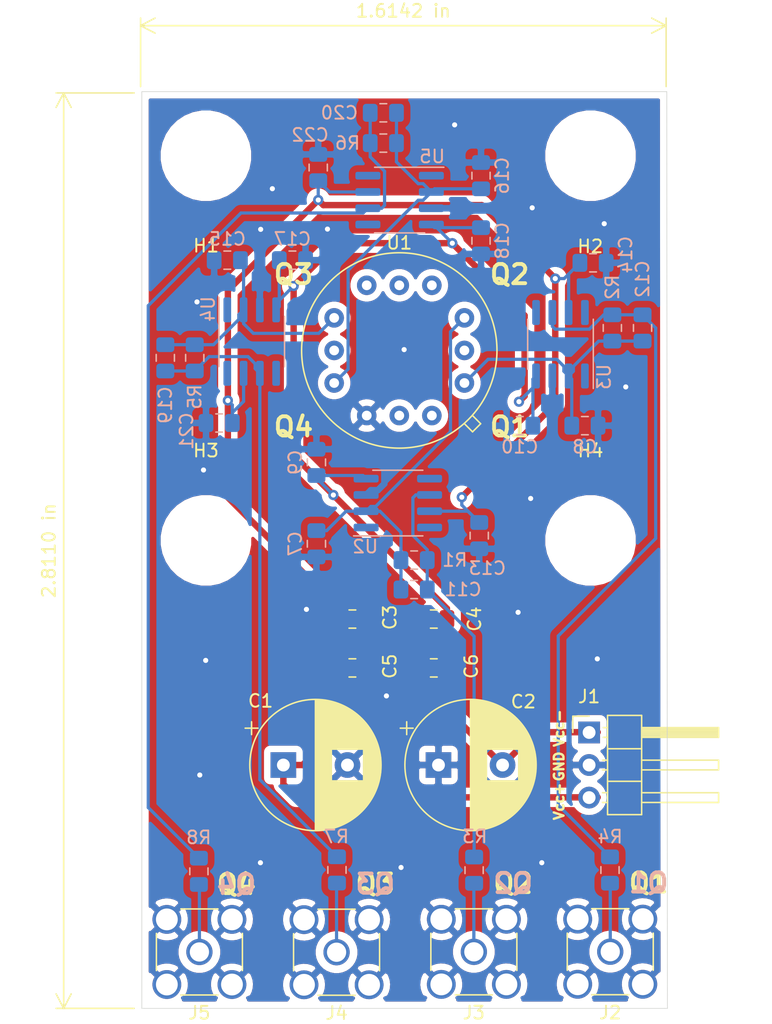
<source format=kicad_pcb>
(kicad_pcb (version 20171130) (host pcbnew "(5.1.4)-1")
  (layers (0 F.Cu signal) (31 B.Cu signal) (34 B.Paste user) (35 F.Paste user) (36 B.SilkS user) (37 F.SilkS user) (38 B.Mask user) (39 F.Mask user) (44 Edge.Cuts user))
  (net 0 "")
  (net 1 GND)
  (net 2 Vcc+)
  (net 3 Vcc-)
  (net 4 QC2)
  (net 5 QC1)
  (net 6 "Net-(C11-Pad1)")
  (net 7 "Net-(C12-Pad1)")
  (net 8 QC3)
  (net 9 QC4)
  (net 10 "Net-(C19-Pad1)")
  (net 11 "Net-(C20-Pad1)")
  (net 12 "Net-(J2-Pad1)")
  (net 13 "Net-(J3-Pad1)")
  (net 14 "Net-(J4-Pad1)")
  (net 15 "Net-(J5-Pad1)")
  (net 16 "Net-(U2-Pad8)")
  (net 17 "Net-(U2-Pad5)")
  (net 18 "Net-(U2-Pad1)")
  (net 19 "Net-(U3-Pad8)")
  (net 20 "Net-(U3-Pad5)")
  (net 21 "Net-(U3-Pad1)")
  (net 22 "Net-(U4-Pad8)")
  (net 23 "Net-(U4-Pad5)")
  (net 24 "Net-(U4-Pad1)")
  (net 25 "Net-(U5-Pad8)")
  (net 26 "Net-(U5-Pad5)")
  (net 27 "Net-(U5-Pad1)")
  (module Connector_Coaxial:SMA_Amphenol_132134-11_Vertical (layer F.Cu) (at 131.09 127.5 180)
    (fp_text reference J5 (at 0 -4.75) (layer F.SilkS))
    (fp_text value Conn_Coaxial)
    (pad 2 thru_hole circle (at -2.54 2.54 180) (size 2.25 2.25) (drill 1.7) (layers *.Cu *.Mask) (net 1 GND))
    (pad 2 thru_hole circle (at -2.54 -2.54 180) (size 2.25 2.25) (drill 1.7) (layers *.Cu *.Mask) (net 1 GND))
    (pad 2 thru_hole circle (at 2.54 -2.54 180) (size 2.25 2.25) (drill 1.7) (layers *.Cu *.Mask) (net 1 GND))
    (pad 2 thru_hole circle (at 2.54 2.54 180) (size 2.25 2.25) (drill 1.7) (layers *.Cu *.Mask) (net 1 GND))
    (pad 1 thru_hole circle (at 0 0 180) (size 2.05 2.05) (drill 1.5) (layers *.Cu *.Mask) (net 15 "Net-(J5-Pad1)"))
  )
  (module Connector_Coaxial:SMA_Amphenol_132134-11_Vertical (layer F.Cu) (at 141.79 127.52 180)
    (fp_text reference J4 (at 0 -4.75) (layer F.SilkS))
    (fp_text value Conn_Coaxial)
    (pad 2 thru_hole circle (at -2.54 2.54 180) (size 2.25 2.25) (drill 1.7) (layers *.Cu *.Mask) (net 1 GND))
    (pad 2 thru_hole circle (at -2.54 -2.54 180) (size 2.25 2.25) (drill 1.7) (layers *.Cu *.Mask) (net 1 GND))
    (pad 2 thru_hole circle (at 2.54 -2.54 180) (size 2.25 2.25) (drill 1.7) (layers *.Cu *.Mask) (net 1 GND))
    (pad 2 thru_hole circle (at 2.54 2.54 180) (size 2.25 2.25) (drill 1.7) (layers *.Cu *.Mask) (net 1 GND))
    (pad 1 thru_hole circle (at 0 0 180) (size 2.05 2.05) (drill 1.5) (layers *.Cu *.Mask) (net 14 "Net-(J4-Pad1)"))
  )
  (module Connector_Coaxial:SMA_Amphenol_132134-11_Vertical (layer F.Cu) (at 152.5 127.49 180)
    (fp_text reference J3 (at 0 -4.75) (layer F.SilkS))
    (fp_text value Conn_Coaxial)
    (pad 2 thru_hole circle (at -2.54 2.54 180) (size 2.25 2.25) (drill 1.7) (layers *.Cu *.Mask) (net 1 GND))
    (pad 2 thru_hole circle (at -2.54 -2.54 180) (size 2.25 2.25) (drill 1.7) (layers *.Cu *.Mask) (net 1 GND))
    (pad 2 thru_hole circle (at 2.54 -2.54 180) (size 2.25 2.25) (drill 1.7) (layers *.Cu *.Mask) (net 1 GND))
    (pad 2 thru_hole circle (at 2.54 2.54 180) (size 2.25 2.25) (drill 1.7) (layers *.Cu *.Mask) (net 1 GND))
    (pad 1 thru_hole circle (at 0 0 180) (size 2.05 2.05) (drill 1.5) (layers *.Cu *.Mask) (net 13 "Net-(J3-Pad1)"))
  )
  (module Connector_Coaxial:SMA_Amphenol_132134-11_Vertical (layer F.Cu) (at 163.14 127.48 180)
    (fp_text reference J2 (at 0 -4.75) (layer F.SilkS))
    (fp_text value Conn_Coaxial)
    (pad 2 thru_hole circle (at -2.54 2.54 180) (size 2.25 2.25) (drill 1.7) (layers *.Cu *.Mask) (net 1 GND))
    (pad 2 thru_hole circle (at -2.54 -2.54 180) (size 2.25 2.25) (drill 1.7) (layers *.Cu *.Mask) (net 1 GND))
    (pad 2 thru_hole circle (at 2.54 -2.54 180) (size 2.25 2.25) (drill 1.7) (layers *.Cu *.Mask) (net 1 GND))
    (pad 2 thru_hole circle (at 2.54 2.54 180) (size 2.25 2.25) (drill 1.7) (layers *.Cu *.Mask) (net 1 GND))
    (pad 1 thru_hole circle (at 0 0 180) (size 2.05 2.05) (drill 1.5) (layers *.Cu *.Mask) (net 12 "Net-(J2-Pad1)"))
  )
  (module ThorLabs_CageSystem_MountHoles:ThorLabs_6mm_CageSystem_MountHole (layer F.Cu) (at 131.6 65.4)
    (fp_text reference H1 (at 0.01 7.02 180) (layer F.SilkS))
    (fp_text value MountingHole)
    (pad "" np_thru_hole circle (at 0 0) (size 6.05 6.05) (drill 6.05) (layers *.Cu *.Mask))
  )
  (module ThorLabs_CageSystem_MountHoles:ThorLabs_6mm_CageSystem_MountHole (layer F.Cu) (at 161.6 65.4)
    (fp_text reference H2 (at -0.02 7.07) (layer F.SilkS))
    (fp_text value MountingHole)
    (pad "" np_thru_hole circle (at 0 0) (size 6.05 6.05) (drill 6.05) (layers *.Cu *.Mask))
  )
  (module ThorLabs_CageSystem_MountHoles:ThorLabs_6mm_CageSystem_MountHole (layer F.Cu) (at 161.6 95.4)
    (fp_text reference H4 (at 0 -7) (layer F.SilkS))
    (fp_text value MountingHole)
    (pad "" np_thru_hole circle (at 0 0) (size 6.05 6.05) (drill 6.05) (layers *.Cu *.Mask))
  )
  (module ThorLabs_CageSystem_MountHoles:ThorLabs_6mm_CageSystem_MountHole (layer F.Cu) (at 131.6 95.4)
    (fp_text reference H3 (at 0 -7) (layer F.SilkS))
    (fp_text value MountingHole)
    (pad "" np_thru_hole circle (at 0 0) (size 6.05 6.05) (drill 6.05) (layers *.Cu *.Mask))
  )
  (module Capacitor_THT:CP_Radial_D10.0mm_P5.00mm (layer F.Cu) (at 137.64 112.92)
    (fp_text reference C1 (at -1.78 -5) (layer F.SilkS))
    (fp_text value 10uF)
    (pad 2 thru_hole circle (at 5 0) (size 2 2) (drill 1) (layers *.Cu *.Mask) (net 1 GND))
    (pad 1 thru_hole rect (at 0 0) (size 2 2) (drill 1) (layers *.Cu *.Mask) (net 2 Vcc+))
  )
  (module Connector_PinHeader_2.54mm:PinHeader_1x03_P2.54mm_Horizontal (layer F.Cu) (at 161.49 110.38)
    (fp_text reference J1 (at 0 -2.8) (layer F.SilkS))
    (fp_text value "1x03 Pin Header 2.54mm")
    (pad 3 thru_hole oval (at 0 5.08) (size 1.7 1.7) (drill 1) (layers *.Cu *.Mask) (net 2 Vcc+))
    (pad 2 thru_hole oval (at 0 2.54) (size 1.7 1.7) (drill 1) (layers *.Cu *.Mask) (net 1 GND))
    (pad 1 thru_hole rect (at 0 0) (size 1.7 1.7) (drill 1) (layers *.Cu *.Mask) (net 3 Vcc-))
  )
  (module Capacitor_SMD:C_0805_2012Metric_Pad1.15x1.40mm_HandSolder (layer B.Cu) (at 161.798 73.751)
    (fp_text reference C14 (at 2.54 -0.635 90) (layer B.SilkS) (effects (justify mirror)))
    (fp_text value 0.1uF)
    (pad 2 smd roundrect (at 1.025 0) (size 1.15 1.4) (layers B.Cu B.Paste B.Mask) (roundrect_rratio 0.217391) (net 1 GND))
    (pad 1 smd roundrect (at -1.025 0) (size 1.15 1.4) (layers B.Cu B.Paste B.Mask) (roundrect_rratio 0.217391) (net 2 Vcc+))
  )
  (module Capacitor_SMD:C_0805_2012Metric_Pad1.15x1.40mm_HandSolder (layer B.Cu) (at 128.43 81.162 90)
    (fp_text reference C19 (at -3.683 0 90) (layer B.SilkS) (effects (justify mirror)))
    (fp_text value 3.3pF)
    (pad 2 smd roundrect (at 1.025 0 90) (size 1.15 1.4) (layers B.Cu B.Paste B.Mask) (roundrect_rratio 0.217391) (net 8 QC3))
    (pad 1 smd roundrect (at -1.025 0 90) (size 1.15 1.4) (layers B.Cu B.Paste B.Mask) (roundrect_rratio 0.217391) (net 10 "Net-(C19-Pad1)"))
  )
  (module Package_SO:SOIC-8_3.9x4.9mm_P1.27mm (layer B.Cu) (at 146.709 68.858 180)
    (fp_text reference U5 (at -2.54 3.4 180) (layer B.SilkS) (effects (justify mirror)))
    (fp_text value OPA657)
    (pad 8 smd roundrect (at 2.475 1.905 180) (size 1.95 0.6) (layers B.Cu B.Paste B.Mask) (net 25 "Net-(U5-Pad8)"))
    (pad 7 smd roundrect (at 2.475 0.635 180) (size 1.95 0.6) (layers B.Cu B.Paste B.Mask) (net 2 Vcc+))
    (pad 6 smd roundrect (at 2.475 -0.635 180) (size 1.95 0.6) (layers B.Cu B.Paste B.Mask) (net 11 "Net-(C20-Pad1)"))
    (pad 5 smd roundrect (at 2.475 -1.905 180) (size 1.95 0.6) (layers B.Cu B.Paste B.Mask) (net 26 "Net-(U5-Pad5)"))
    (pad 4 smd roundrect (at -2.475 -1.905 180) (size 1.95 0.6) (layers B.Cu B.Paste B.Mask) (net 3 Vcc-))
    (pad 3 smd roundrect (at -2.475 -0.635 180) (size 1.95 0.6) (layers B.Cu B.Paste B.Mask) (net 1 GND))
    (pad 2 smd roundrect (at -2.475 0.635 180) (size 1.95 0.6) (layers B.Cu B.Paste B.Mask) (net 9 QC4))
    (pad 1 smd roundrect (at -2.475 1.905 180) (size 1.95 0.6) (layers B.Cu B.Paste B.Mask) (net 27 "Net-(U5-Pad1)"))
  )
  (module Package_SO:SOIC-8_3.9x4.9mm_P1.27mm (layer B.Cu) (at 135.171 79.892 270)
    (fp_text reference U4 (at -2.54 3.4 90) (layer B.SilkS) (effects (justify mirror)))
    (fp_text value OPA657)
    (pad 8 smd roundrect (at 2.475 1.905 270) (size 1.95 0.6) (layers B.Cu B.Paste B.Mask) (net 22 "Net-(U4-Pad8)"))
    (pad 7 smd roundrect (at 2.475 0.635 270) (size 1.95 0.6) (layers B.Cu B.Paste B.Mask) (net 2 Vcc+))
    (pad 6 smd roundrect (at 2.475 -0.635 270) (size 1.95 0.6) (layers B.Cu B.Paste B.Mask) (net 10 "Net-(C19-Pad1)"))
    (pad 5 smd roundrect (at 2.475 -1.905 270) (size 1.95 0.6) (layers B.Cu B.Paste B.Mask) (net 23 "Net-(U4-Pad5)"))
    (pad 4 smd roundrect (at -2.475 -1.905 270) (size 1.95 0.6) (layers B.Cu B.Paste B.Mask) (net 3 Vcc-))
    (pad 3 smd roundrect (at -2.475 -0.635 270) (size 1.95 0.6) (layers B.Cu B.Paste B.Mask) (net 1 GND))
    (pad 2 smd roundrect (at -2.475 0.635 270) (size 1.95 0.6) (layers B.Cu B.Paste B.Mask) (net 8 QC3))
    (pad 1 smd roundrect (at -2.475 1.905 270) (size 1.95 0.6) (layers B.Cu B.Paste B.Mask) (net 24 "Net-(U4-Pad1)"))
  )
  (module Package_SO:SOIC-8_3.9x4.9mm_P1.27mm (layer B.Cu) (at 159.258 80.101 90)
    (fp_text reference U3 (at -2.54 3.4 270) (layer B.SilkS) (effects (justify mirror)))
    (fp_text value OPA657)
    (pad 8 smd roundrect (at 2.475 1.905 90) (size 1.95 0.6) (layers B.Cu B.Paste B.Mask) (net 19 "Net-(U3-Pad8)"))
    (pad 7 smd roundrect (at 2.475 0.635 90) (size 1.95 0.6) (layers B.Cu B.Paste B.Mask) (net 2 Vcc+))
    (pad 6 smd roundrect (at 2.475 -0.635 90) (size 1.95 0.6) (layers B.Cu B.Paste B.Mask) (net 7 "Net-(C12-Pad1)"))
    (pad 5 smd roundrect (at 2.475 -1.905 90) (size 1.95 0.6) (layers B.Cu B.Paste B.Mask) (net 20 "Net-(U3-Pad5)"))
    (pad 4 smd roundrect (at -2.475 -1.905 90) (size 1.95 0.6) (layers B.Cu B.Paste B.Mask) (net 3 Vcc-))
    (pad 3 smd roundrect (at -2.475 -0.635 90) (size 1.95 0.6) (layers B.Cu B.Paste B.Mask) (net 1 GND))
    (pad 2 smd roundrect (at -2.475 0.635 90) (size 1.95 0.6) (layers B.Cu B.Paste B.Mask) (net 5 QC1))
    (pad 1 smd roundrect (at -2.475 1.905 90) (size 1.95 0.6) (layers B.Cu B.Paste B.Mask) (net 21 "Net-(U3-Pad1)"))
  )
  (module Package_SO:SOIC-8_3.9x4.9mm_P1.27mm (layer B.Cu) (at 146.569 92.488)
    (fp_text reference U2 (at -2.54 3.4) (layer B.SilkS) (effects (justify mirror)))
    (fp_text value OPA657)
    (pad 8 smd roundrect (at 2.475 1.905) (size 1.95 0.6) (layers B.Cu B.Paste B.Mask) (net 16 "Net-(U2-Pad8)"))
    (pad 7 smd roundrect (at 2.475 0.635) (size 1.95 0.6) (layers B.Cu B.Paste B.Mask) (net 2 Vcc+))
    (pad 6 smd roundrect (at 2.475 -0.635) (size 1.95 0.6) (layers B.Cu B.Paste B.Mask) (net 6 "Net-(C11-Pad1)"))
    (pad 5 smd roundrect (at 2.475 -1.905) (size 1.95 0.6) (layers B.Cu B.Paste B.Mask) (net 17 "Net-(U2-Pad5)"))
    (pad 4 smd roundrect (at -2.475 -1.905) (size 1.95 0.6) (layers B.Cu B.Paste B.Mask) (net 3 Vcc-))
    (pad 3 smd roundrect (at -2.475 -0.635) (size 1.95 0.6) (layers B.Cu B.Paste B.Mask) (net 1 GND))
    (pad 2 smd roundrect (at -2.475 0.635) (size 1.95 0.6) (layers B.Cu B.Paste B.Mask) (net 4 QC2))
    (pad 1 smd roundrect (at -2.475 1.905) (size 1.95 0.6) (layers B.Cu B.Paste B.Mask) (net 18 "Net-(U2-Pad1)"))
  )
  (module TO_Cans:TO-8_Can_12_Leads (layer F.Cu) (at 146.683 72.964)
    (fp_text reference U1 (at 0 -0.77) (layer F.SilkS))
    (fp_text value Gentec_QuadCell)
    (pad 8 thru_hole circle (at 0 2.54) (size 1.524 1.524) (drill 0.762) (layers *.Cu *.Mask))
    (pad 9 thru_hole circle (at 2.54 2.54) (size 1.524 1.524) (drill 0.762) (layers *.Cu *.Mask))
    (pad 7 thru_hole circle (at -2.54 2.54) (size 1.524 1.524) (drill 0.762) (layers *.Cu *.Mask))
    (pad 6 thru_hole circle (at -5.08 5.08) (size 1.524 1.524) (drill 0.762) (layers *.Cu *.Mask) (net 8 QC3))
    (pad 5 thru_hole circle (at -5.08 7.62) (size 1.524 1.524) (drill 0.762) (layers *.Cu *.Mask))
    (pad 4 thru_hole circle (at -5.08 10.16) (size 1.524 1.524) (drill 0.762) (layers *.Cu *.Mask) (net 9 QC4))
    (pad 11 thru_hole circle (at 5.08 7.62) (size 1.524 1.524) (drill 0.762) (layers *.Cu *.Mask))
    (pad 10 thru_hole circle (at 5.08 5.08) (size 1.524 1.524) (drill 0.762) (layers *.Cu *.Mask) (net 4 QC2))
    (pad 12 thru_hole circle (at 5.08 10.16) (size 1.524 1.524) (drill 0.762) (layers *.Cu *.Mask) (net 5 QC1))
    (pad 1 thru_hole circle (at 2.54 12.7) (size 1.524 1.524) (drill 0.762) (layers *.Cu *.Mask))
    (pad 2 thru_hole circle (at 0 12.7) (size 1.524 1.524) (drill 0.762) (layers *.Cu *.Mask))
    (pad 3 thru_hole circle (at -2.54 12.7) (size 1.524 1.524) (drill 0.762) (layers *.Cu *.Mask) (net 1 GND))
  )
  (module Resistor_SMD:R_0805_2012Metric_Pad1.15x1.40mm_HandSolder (layer B.Cu) (at 131.05 121.21 90)
    (fp_text reference R8 (at 2.64 -0.01) (layer B.SilkS) (effects (justify mirror)))
    (fp_text value 49.9)
    (pad 2 smd roundrect (at 1.025 0 90) (size 1.15 1.4) (layers B.Cu B.Paste B.Mask) (roundrect_rratio 0.217391) (net 11 "Net-(C20-Pad1)"))
    (pad 1 smd roundrect (at -1.025 0 90) (size 1.15 1.4) (layers B.Cu B.Paste B.Mask) (roundrect_rratio 0.217391) (net 15 "Net-(J5-Pad1)"))
  )
  (module Resistor_SMD:R_0805_2012Metric_Pad1.15x1.40mm_HandSolder (layer B.Cu) (at 141.82 121.1 90)
    (fp_text reference R7 (at 2.6 -0.04 180) (layer B.SilkS) (effects (justify mirror)))
    (fp_text value 49.9)
    (pad 2 smd roundrect (at 1.025 0 90) (size 1.15 1.4) (layers B.Cu B.Paste B.Mask) (roundrect_rratio 0.217391) (net 10 "Net-(C19-Pad1)"))
    (pad 1 smd roundrect (at -1.025 0 90) (size 1.15 1.4) (layers B.Cu B.Paste B.Mask) (roundrect_rratio 0.217391) (net 14 "Net-(J4-Pad1)"))
  )
  (module Resistor_SMD:R_0805_2012Metric_Pad1.15x1.40mm_HandSolder (layer B.Cu) (at 145.439 64.413)
    (fp_text reference R6 (at -2.794 0 180) (layer B.SilkS) (effects (justify mirror)))
    (fp_text value 5k)
    (pad 2 smd roundrect (at 1.025 0) (size 1.15 1.4) (layers B.Cu B.Paste B.Mask) (roundrect_rratio 0.217391) (net 9 QC4))
    (pad 1 smd roundrect (at -1.025 0) (size 1.15 1.4) (layers B.Cu B.Paste B.Mask) (roundrect_rratio 0.217391) (net 11 "Net-(C20-Pad1)"))
  )
  (module Resistor_SMD:R_0805_2012Metric_Pad1.15x1.40mm_HandSolder (layer B.Cu) (at 130.726 81.162 90)
    (fp_text reference R5 (at -3.048 0 90) (layer B.SilkS) (effects (justify mirror)))
    (fp_text value 5k)
    (pad 2 smd roundrect (at 1.025 0 90) (size 1.15 1.4) (layers B.Cu B.Paste B.Mask) (roundrect_rratio 0.217391) (net 8 QC3))
    (pad 1 smd roundrect (at -1.025 0 90) (size 1.15 1.4) (layers B.Cu B.Paste B.Mask) (roundrect_rratio 0.217391) (net 10 "Net-(C19-Pad1)"))
  )
  (module Resistor_SMD:R_0805_2012Metric_Pad1.15x1.40mm_HandSolder (layer B.Cu) (at 163.12 121.11 90)
    (fp_text reference R4 (at 2.6 0.01 180) (layer B.SilkS) (effects (justify mirror)))
    (fp_text value 49.9)
    (pad 2 smd roundrect (at 1.025 0 90) (size 1.15 1.4) (layers B.Cu B.Paste B.Mask) (roundrect_rratio 0.217391) (net 7 "Net-(C12-Pad1)"))
    (pad 1 smd roundrect (at -1.025 0 90) (size 1.15 1.4) (layers B.Cu B.Paste B.Mask) (roundrect_rratio 0.217391) (net 12 "Net-(J2-Pad1)"))
  )
  (module Resistor_SMD:R_0805_2012Metric_Pad1.15x1.40mm_HandSolder (layer B.Cu) (at 152.52 121.12 90)
    (fp_text reference R3 (at 2.63 0.05 180) (layer B.SilkS) (effects (justify mirror)))
    (fp_text value 49.9)
    (pad 2 smd roundrect (at 1.025 0 90) (size 1.15 1.4) (layers B.Cu B.Paste B.Mask) (roundrect_rratio 0.217391) (net 6 "Net-(C11-Pad1)"))
    (pad 1 smd roundrect (at -1.025 0 90) (size 1.15 1.4) (layers B.Cu B.Paste B.Mask) (roundrect_rratio 0.217391) (net 13 "Net-(J3-Pad1)"))
  )
  (module Resistor_SMD:R_0805_2012Metric_Pad1.15x1.40mm_HandSolder (layer B.Cu) (at 163.303 78.831 270)
    (fp_text reference R2 (at -3.175 0 270) (layer B.SilkS) (effects (justify mirror)))
    (fp_text value 5k)
    (pad 2 smd roundrect (at 1.025 0 270) (size 1.15 1.4) (layers B.Cu B.Paste B.Mask) (roundrect_rratio 0.217391) (net 5 QC1))
    (pad 1 smd roundrect (at -1.025 0 270) (size 1.15 1.4) (layers B.Cu B.Paste B.Mask) (roundrect_rratio 0.217391) (net 7 "Net-(C12-Pad1)"))
  )
  (module Resistor_SMD:R_0805_2012Metric_Pad1.15x1.40mm_HandSolder (layer B.Cu) (at 147.839 96.933 180)
    (fp_text reference R1 (at -3.175 0) (layer B.SilkS) (effects (justify mirror)))
    (fp_text value 5k)
    (pad 2 smd roundrect (at 1.025 0 180) (size 1.15 1.4) (layers B.Cu B.Paste B.Mask) (roundrect_rratio 0.217391) (net 4 QC2))
    (pad 1 smd roundrect (at -1.025 0 180) (size 1.15 1.4) (layers B.Cu B.Paste B.Mask) (roundrect_rratio 0.217391) (net 6 "Net-(C11-Pad1)"))
  )
  (module Capacitor_SMD:C_0805_2012Metric_Pad1.15x1.40mm_HandSolder (layer B.Cu) (at 140.359 66.318 90)
    (fp_text reference C22 (at 2.54 -0.635) (layer B.SilkS) (effects (justify mirror)))
    (fp_text value 0.1uF)
    (pad 2 smd roundrect (at 1.025 0 90) (size 1.15 1.4) (layers B.Cu B.Paste B.Mask) (roundrect_rratio 0.217391) (net 1 GND))
    (pad 1 smd roundrect (at -1.025 0 90) (size 1.15 1.4) (layers B.Cu B.Paste B.Mask) (roundrect_rratio 0.217391) (net 2 Vcc+))
  )
  (module Capacitor_SMD:C_0805_2012Metric_Pad1.15x1.40mm_HandSolder (layer B.Cu) (at 132.631 86.242 180)
    (fp_text reference C21 (at 2.54 -0.635 270) (layer B.SilkS) (effects (justify mirror)))
    (fp_text value 0.1uF)
    (pad 2 smd roundrect (at 1.025 0 180) (size 1.15 1.4) (layers B.Cu B.Paste B.Mask) (roundrect_rratio 0.217391) (net 1 GND))
    (pad 1 smd roundrect (at -1.025 0 180) (size 1.15 1.4) (layers B.Cu B.Paste B.Mask) (roundrect_rratio 0.217391) (net 2 Vcc+))
  )
  (module Capacitor_SMD:C_0805_2012Metric_Pad1.15x1.40mm_HandSolder (layer B.Cu) (at 145.439 62.05)
    (fp_text reference C20 (at -3.429 0 180) (layer B.SilkS) (effects (justify mirror)))
    (fp_text value 3.3pF)
    (pad 2 smd roundrect (at 1.025 0) (size 1.15 1.4) (layers B.Cu B.Paste B.Mask) (roundrect_rratio 0.217391) (net 9 QC4))
    (pad 1 smd roundrect (at -1.025 0) (size 1.15 1.4) (layers B.Cu B.Paste B.Mask) (roundrect_rratio 0.217391) (net 11 "Net-(C20-Pad1)"))
  )
  (module Capacitor_SMD:C_0805_2012Metric_Pad1.15x1.40mm_HandSolder (layer B.Cu) (at 153.059 72.033 90)
    (fp_text reference C18 (at 0 1.65 90) (layer B.SilkS) (effects (justify mirror)))
    (fp_text value 0.1uF)
    (pad 2 smd roundrect (at 1.025 0 90) (size 1.15 1.4) (layers B.Cu B.Paste B.Mask) (roundrect_rratio 0.217391) (net 3 Vcc-))
    (pad 1 smd roundrect (at -1.025 0 90) (size 1.15 1.4) (layers B.Cu B.Paste B.Mask) (roundrect_rratio 0.217391) (net 1 GND))
  )
  (module Capacitor_SMD:C_0805_2012Metric_Pad1.15x1.40mm_HandSolder (layer B.Cu) (at 138.346 73.542 180)
    (fp_text reference C17 (at 0 1.65 180) (layer B.SilkS) (effects (justify mirror)))
    (fp_text value 0.1uF)
    (pad 2 smd roundrect (at 1.025 0 180) (size 1.15 1.4) (layers B.Cu B.Paste B.Mask) (roundrect_rratio 0.217391) (net 3 Vcc-))
    (pad 1 smd roundrect (at -1.025 0 180) (size 1.15 1.4) (layers B.Cu B.Paste B.Mask) (roundrect_rratio 0.217391) (net 1 GND))
  )
  (module Capacitor_SMD:C_0805_2012Metric_Pad1.15x1.40mm_HandSolder (layer B.Cu) (at 153.059 66.953 90)
    (fp_text reference C16 (at 0 1.65 90) (layer B.SilkS) (effects (justify mirror)))
    (fp_text value 560pF)
    (pad 2 smd roundrect (at 1.025 0 90) (size 1.15 1.4) (layers B.Cu B.Paste B.Mask) (roundrect_rratio 0.217391) (net 1 GND))
    (pad 1 smd roundrect (at -1.025 0 90) (size 1.15 1.4) (layers B.Cu B.Paste B.Mask) (roundrect_rratio 0.217391) (net 9 QC4))
  )
  (module Capacitor_SMD:C_0805_2012Metric_Pad1.15x1.40mm_HandSolder (layer B.Cu) (at 133.266 73.542 180)
    (fp_text reference C15 (at 0 1.65 180) (layer B.SilkS) (effects (justify mirror)))
    (fp_text value 560pF)
    (pad 2 smd roundrect (at 1.025 0 180) (size 1.15 1.4) (layers B.Cu B.Paste B.Mask) (roundrect_rratio 0.217391) (net 1 GND))
    (pad 1 smd roundrect (at -1.025 0 180) (size 1.15 1.4) (layers B.Cu B.Paste B.Mask) (roundrect_rratio 0.217391) (net 8 QC3))
  )
  (module Capacitor_SMD:C_0805_2012Metric_Pad1.15x1.40mm_HandSolder (layer B.Cu) (at 152.919 95.028 270)
    (fp_text reference C13 (at 2.54 -0.635 180) (layer B.SilkS) (effects (justify mirror)))
    (fp_text value 0.1uF)
    (pad 2 smd roundrect (at 1.025 0 270) (size 1.15 1.4) (layers B.Cu B.Paste B.Mask) (roundrect_rratio 0.217391) (net 1 GND))
    (pad 1 smd roundrect (at -1.025 0 270) (size 1.15 1.4) (layers B.Cu B.Paste B.Mask) (roundrect_rratio 0.217391) (net 2 Vcc+))
  )
  (module Capacitor_SMD:C_0805_2012Metric_Pad1.15x1.40mm_HandSolder (layer B.Cu) (at 165.66 78.831 270)
    (fp_text reference C12 (at -3.81 0 270) (layer B.SilkS) (effects (justify mirror)))
    (fp_text value 3.3pF)
    (pad 2 smd roundrect (at 1.025 0 270) (size 1.15 1.4) (layers B.Cu B.Paste B.Mask) (roundrect_rratio 0.217391) (net 5 QC1))
    (pad 1 smd roundrect (at -1.025 0 270) (size 1.15 1.4) (layers B.Cu B.Paste B.Mask) (roundrect_rratio 0.217391) (net 7 "Net-(C12-Pad1)"))
  )
  (module Capacitor_SMD:C_0805_2012Metric_Pad1.15x1.40mm_HandSolder (layer B.Cu) (at 147.839 99.23 180)
    (fp_text reference C11 (at -3.81 0) (layer B.SilkS) (effects (justify mirror)))
    (fp_text value 3.3pF)
    (pad 2 smd roundrect (at 1.025 0 180) (size 1.15 1.4) (layers B.Cu B.Paste B.Mask) (roundrect_rratio 0.217391) (net 4 QC2))
    (pad 1 smd roundrect (at -1.025 0 180) (size 1.15 1.4) (layers B.Cu B.Paste B.Mask) (roundrect_rratio 0.217391) (net 6 "Net-(C11-Pad1)"))
  )
  (module Capacitor_SMD:C_0805_2012Metric_Pad1.15x1.40mm_HandSolder (layer B.Cu) (at 156.083 86.451)
    (fp_text reference C10 (at 0 1.65) (layer B.SilkS) (effects (justify mirror)))
    (fp_text value 0.1uF)
    (pad 2 smd roundrect (at 1.025 0) (size 1.15 1.4) (layers B.Cu B.Paste B.Mask) (roundrect_rratio 0.217391) (net 3 Vcc-))
    (pad 1 smd roundrect (at -1.025 0) (size 1.15 1.4) (layers B.Cu B.Paste B.Mask) (roundrect_rratio 0.217391) (net 1 GND))
  )
  (module Capacitor_SMD:C_0805_2012Metric_Pad1.15x1.40mm_HandSolder (layer B.Cu) (at 140.219 89.313 270)
    (fp_text reference C9 (at 0 1.65 270) (layer B.SilkS) (effects (justify mirror)))
    (fp_text value 0.1uF)
    (pad 2 smd roundrect (at 1.025 0 270) (size 1.15 1.4) (layers B.Cu B.Paste B.Mask) (roundrect_rratio 0.217391) (net 3 Vcc-))
    (pad 1 smd roundrect (at -1.025 0 270) (size 1.15 1.4) (layers B.Cu B.Paste B.Mask) (roundrect_rratio 0.217391) (net 1 GND))
  )
  (module Capacitor_SMD:C_0805_2012Metric_Pad1.15x1.40mm_HandSolder (layer B.Cu) (at 161.163 86.451)
    (fp_text reference C8 (at 0 1.65) (layer B.SilkS) (effects (justify mirror)))
    (fp_text value 560pF)
    (pad 2 smd roundrect (at 1.025 0) (size 1.15 1.4) (layers B.Cu B.Paste B.Mask) (roundrect_rratio 0.217391) (net 1 GND))
    (pad 1 smd roundrect (at -1.025 0) (size 1.15 1.4) (layers B.Cu B.Paste B.Mask) (roundrect_rratio 0.217391) (net 5 QC1))
  )
  (module Capacitor_SMD:C_0805_2012Metric_Pad1.15x1.40mm_HandSolder (layer B.Cu) (at 140.219 95.663 270)
    (fp_text reference C7 (at 0 1.65 270) (layer B.SilkS) (effects (justify mirror)))
    (fp_text value 560pF)
    (pad 2 smd roundrect (at 1.025 0 270) (size 1.15 1.4) (layers B.Cu B.Paste B.Mask) (roundrect_rratio 0.217391) (net 1 GND))
    (pad 1 smd roundrect (at -1.025 0 270) (size 1.15 1.4) (layers B.Cu B.Paste B.Mask) (roundrect_rratio 0.217391) (net 4 QC2))
  )
  (module Capacitor_SMD:C_0805_2012Metric_Pad1.15x1.40mm_HandSolder (layer F.Cu) (at 149.375 105.345 180)
    (fp_text reference C6 (at -2.921 0.127 90) (layer F.SilkS))
    (fp_text value 0.01uF)
    (pad 2 smd roundrect (at 1.025 0 180) (size 1.15 1.4) (layers F.Cu F.Paste F.Mask) (roundrect_rratio 0.217391) (net 1 GND))
    (pad 1 smd roundrect (at -1.025 0 180) (size 1.15 1.4) (layers F.Cu F.Paste F.Mask) (roundrect_rratio 0.217391) (net 3 Vcc-))
  )
  (module Capacitor_SMD:C_0805_2012Metric_Pad1.15x1.40mm_HandSolder (layer F.Cu) (at 143.025 105.345 180)
    (fp_text reference C5 (at -2.921 0.127 90) (layer F.SilkS))
    (fp_text value 0.01uF)
    (pad 2 smd roundrect (at 1.025 0 180) (size 1.15 1.4) (layers F.Cu F.Paste F.Mask) (roundrect_rratio 0.217391) (net 2 Vcc+))
    (pad 1 smd roundrect (at -1.025 0 180) (size 1.15 1.4) (layers F.Cu F.Paste F.Mask) (roundrect_rratio 0.217391) (net 1 GND))
  )
  (module Capacitor_SMD:C_0805_2012Metric_Pad1.15x1.40mm_HandSolder (layer F.Cu) (at 149.375 101.535 180)
    (fp_text reference C4 (at -3.175 0 90) (layer F.SilkS))
    (fp_text value 0.1uF)
    (pad 2 smd roundrect (at 1.025 0 180) (size 1.15 1.4) (layers F.Cu F.Paste F.Mask) (roundrect_rratio 0.217391) (net 1 GND))
    (pad 1 smd roundrect (at -1.025 0 180) (size 1.15 1.4) (layers F.Cu F.Paste F.Mask) (roundrect_rratio 0.217391) (net 3 Vcc-))
  )
  (module Capacitor_SMD:C_0805_2012Metric_Pad1.15x1.40mm_HandSolder (layer F.Cu) (at 143.025 101.535 180)
    (fp_text reference C3 (at -2.921 0.127 90) (layer F.SilkS))
    (fp_text value 0.1uF)
    (pad 2 smd roundrect (at 1.025 0 180) (size 1.15 1.4) (layers F.Cu F.Paste F.Mask) (roundrect_rratio 0.217391) (net 2 Vcc+))
    (pad 1 smd roundrect (at -1.025 0 180) (size 1.15 1.4) (layers F.Cu F.Paste F.Mask) (roundrect_rratio 0.217391) (net 1 GND))
  )
  (module Capacitor_THT:CP_Radial_D10.0mm_P5.00mm (layer F.Cu) (at 149.74 112.92)
    (fp_text reference C2 (at 6.62 -4.94) (layer F.SilkS))
    (fp_text value 10uF)
    (pad 2 thru_hole circle (at 5 0) (size 2 2) (drill 1) (layers *.Cu *.Mask) (net 3 Vcc-))
    (pad 1 thru_hole rect (at 0 0) (size 2 2) (drill 1) (layers *.Cu *.Mask) (net 1 GND))
  )
  (gr_text Q4 (at 138.43 86.54) (layer F.SilkS) (effects (font (size 1.5 1.5) (thickness 0.3))))
  (gr_text Q3 (at 138.43 74.66) (layer F.SilkS) (effects (font (size 1.5 1.5) (thickness 0.3))))
  (gr_text Q2 (at 155.29 74.66) (layer F.SilkS) (effects (font (size 1.5 1.5) (thickness 0.3))))
  (gr_text Q1 (at 155.29 86.54) (layer F.SilkS) (effects (font (size 1.5 1.5) (thickness 0.3))))
  (gr_text GND (at 159.15 113.03 90) (layer F.SilkS) (effects (font (size 0.75 0.75) (thickness 0.1875))))
  (gr_text Vcc- (at 159.15 110.05 90) (layer F.SilkS) (effects (font (size 0.75 0.75) (thickness 0.1875))))
  (gr_text Vcc+ (at 159.15 115.76 90) (layer F.SilkS) (effects (font (size 0.75 0.75) (thickness 0.1875))))
  (gr_text Q3 (at 144.81 122.2) (layer B.SilkS) (effects (font (size 1.5 1.5) (thickness 0.3)) (justify mirror)))
  (gr_text Q2 (at 155.56 122.15) (layer B.SilkS) (effects (font (size 1.5 1.5) (thickness 0.3)) (justify mirror)))
  (gr_text Q4 (at 133.98 122.23) (layer B.SilkS) (effects (font (size 1.5 1.5) (thickness 0.3)) (justify mirror)))
  (gr_text Q1 (at 166.13 122.11) (layer B.SilkS) (effects (font (size 1.5 1.5) (thickness 0.3)) (justify mirror)))
  (gr_text Q4 (at 133.98 122.23) (layer F.SilkS) (effects (font (size 1.5 1.5) (thickness 0.3))))
  (gr_text Q1 (at 166.13 122.11) (layer F.SilkS) (effects (font (size 1.5 1.5) (thickness 0.3))))
  (gr_text Q3 (at 144.81 122.2) (layer F.SilkS) (effects (font (size 1.5 1.5) (thickness 0.3))))
  (gr_text Q2 (at 155.56 122.15) (layer F.SilkS) (effects (font (size 1.5 1.5) (thickness 0.3))))
  (dimension 41 (width 0.12) (layer F.SilkS) (gr_text "41.000 mm" (at 147 53.98) (layer F.SilkS) (effects (font (size 1 1) (thickness 0.15)))) (feature1 (pts (xy 167.5 60) (xy 167.5 54.663579))) (feature2 (pts (xy 126.5 60) (xy 126.5 54.663579))) (crossbar (pts (xy 126.5 55.25) (xy 167.5 55.25))) (arrow1a (pts (xy 167.5 55.25) (xy 166.373496 55.836421))) (arrow1b (pts (xy 167.5 55.25) (xy 166.373496 54.663579))) (arrow2a (pts (xy 126.5 55.25) (xy 127.626504 55.836421))) (arrow2b (pts (xy 126.5 55.25) (xy 127.626504 54.663579))))
  (dimension 71.4 (width 0.12) (layer F.SilkS) (gr_text "71.400 mm" (at 119.23 96.2 270) (layer F.SilkS) (effects (font (size 1 1) (thickness 0.15)))) (feature1 (pts (xy 126 131.9) (xy 119.913579 131.9))) (feature2 (pts (xy 126 60.5) (xy 119.913579 60.5))) (crossbar (pts (xy 120.5 60.5) (xy 120.5 131.9))) (arrow1a (pts (xy 120.5 131.9) (xy 119.913579 130.773496))) (arrow1b (pts (xy 120.5 131.9) (xy 121.086421 130.773496))) (arrow2a (pts (xy 120.5 60.5) (xy 119.913579 61.626504))) (arrow2b (pts (xy 120.5 60.5) (xy 121.086421 61.626504))))
  (gr_line (start 126.6 131.9) (end 126.6 60.4) (layer Edge.Cuts) (width 0.05))
  (gr_line (start 167.6 131.9) (end 126.6 131.9) (layer Edge.Cuts) (width 0.05))
  (gr_line (start 167.55 60.4) (end 167.6 131.9) (layer Edge.Cuts) (width 0.05))
  (gr_line (start 126.6 60.4) (end 167.55 60.4) (layer Edge.Cuts) (width 0.05))
  (via (at 145.68 107.53) (size 0.8) (drill 0.4) (layers F.Cu B.Cu) (net 1))
  (via (at 141.08 71.12) (size 0.8) (drill 0.4) (layers F.Cu B.Cu) (net 1))
  (via (at 136.78 67.97) (size 0.8) (drill 0.4) (layers F.Cu B.Cu) (net 1))
  (via (at 130.9 76.8) (size 0.8) (drill 0.4) (layers F.Cu B.Cu) (net 1))
  (via (at 135.87 71.14) (size 0.8) (drill 0.4) (layers F.Cu B.Cu) (net 1))
  (via (at 147.06 80.52) (size 0.8) (drill 0.4) (layers F.Cu B.Cu) (net 1))
  (via (at 162.67 70.7) (size 0.8) (drill 0.4) (layers F.Cu B.Cu) (net 1))
  (via (at 164.35 83.43) (size 0.8) (drill 0.4) (layers F.Cu B.Cu) (net 1))
  (via (at 156.93 92.13) (size 0.8) (drill 0.4) (layers F.Cu B.Cu) (net 1))
  (via (at 155.95 101.01) (size 0.8) (drill 0.4) (layers F.Cu B.Cu) (net 1))
  (via (at 131.58 104.76) (size 0.8) (drill 0.4) (layers F.Cu B.Cu) (net 1))
  (via (at 131.12 113.7) (size 0.8) (drill 0.4) (layers F.Cu B.Cu) (net 1))
  (via (at 157.8 120.54) (size 0.8) (drill 0.4) (layers F.Cu B.Cu) (net 1))
  (via (at 146.82 120.91) (size 0.8) (drill 0.4) (layers F.Cu B.Cu) (net 1))
  (via (at 135.85 120.54) (size 0.8) (drill 0.4) (layers F.Cu B.Cu) (net 1))
  (via (at 162.13 104.64) (size 0.8) (drill 0.4) (layers F.Cu B.Cu) (net 1))
  (via (at 139.44 100.78) (size 0.8) (drill 0.4) (layers F.Cu B.Cu) (net 1))
  (via (at 151 62.99) (size 0.8) (drill 0.4) (layers F.Cu B.Cu) (net 1))
  (via (at 157.05 69.46) (size 0.8) (drill 0.4) (layers F.Cu B.Cu) (net 1))
  (via (at 131.41 89.91) (size 0.8) (drill 0.4) (layers F.Cu B.Cu) (net 1))
  (segment (start 144.841478 91.48229) (end 146.94 89.383768) (width 0.25) (layer B.Cu) (net 1))
  (segment (start 144.841478 91.48229) (end 144.46471 91.48229) (width 0.25) (layer B.Cu) (net 1))
  (segment (start 144.904999 86.425999) (end 144.143 85.664) (width 0.5) (layer B.Cu) (net 1))
  (segment (start 145.51901 87.04001) (end 144.904999 86.425999) (width 0.5) (layer B.Cu) (net 1))
  (segment (start 145.51901 90.981534) (end 145.51901 87.04001) (width 0.5) (layer B.Cu) (net 1))
  (segment (start 145.018254 91.48229) (end 145.51901 90.981534) (width 0.5) (layer B.Cu) (net 1))
  (segment (start 144.46471 91.48229) (end 145.018254 91.48229) (width 0.5) (layer B.Cu) (net 1))
  (segment (start 144.094 91.853) (end 144.46471 91.48229) (width 0.5) (layer B.Cu) (net 1))
  (via (at 133.31 84.49) (size 0.8) (drill 0.4) (layers F.Cu B.Cu) (net 2))
  (via (at 140.36 68.85) (size 0.8) (drill 0.4) (layers F.Cu B.Cu) (net 2))
  (via (at 158.85 74.98) (size 0.8) (drill 0.4) (layers F.Cu B.Cu) (net 2))
  (via (at 151.56 92.03) (size 0.8) (drill 0.4) (layers F.Cu B.Cu) (net 2))
  (segment (start 141.239 68.223) (end 144.234 68.223) (width 0.25) (layer B.Cu) (net 2))
  (segment (start 140.359 67.343) (end 141.239 68.223) (width 0.25) (layer B.Cu) (net 2))
  (segment (start 159.893 74.631) (end 159.893 77.626) (width 0.25) (layer B.Cu) (net 2))
  (segment (start 160.773 73.751) (end 159.893 74.631) (width 0.25) (layer B.Cu) (net 2))
  (segment (start 134.536 83.442) (end 134.536 82.367) (width 0.25) (layer B.Cu) (net 2))
  (segment (start 134.536 84.562) (end 134.536 83.442) (width 0.25) (layer B.Cu) (net 2))
  (segment (start 133.656 85.442) (end 134.536 84.562) (width 0.25) (layer B.Cu) (net 2))
  (segment (start 133.656 86.242) (end 133.656 85.442) (width 0.25) (layer B.Cu) (net 2))
  (segment (start 152.039 93.123) (end 149.044 93.123) (width 0.25) (layer B.Cu) (net 2))
  (segment (start 152.919 94.003) (end 152.039 93.123) (width 0.25) (layer B.Cu) (net 2))
  (segment (start 139.14 112.92) (end 137.64 112.92) (width 0.5) (layer F.Cu) (net 2))
  (segment (start 142 110.06) (end 139.14 112.92) (width 0.5) (layer F.Cu) (net 2))
  (segment (start 142 105.345) (end 142 110.06) (width 0.5) (layer F.Cu) (net 2))
  (segment (start 142 105.345) (end 142 101.535) (width 0.5) (layer F.Cu) (net 2))
  (segment (start 137.64 114.42) (end 137.64 112.92) (width 0.5) (layer F.Cu) (net 2))
  (segment (start 138.66 115.44) (end 137.64 114.42) (width 0.5) (layer F.Cu) (net 2))
  (segment (start 162.16 115.44) (end 138.66 115.44) (width 0.5) (layer F.Cu) (net 2))
  (segment (start 133.31 75.9) (end 140.36 68.85) (width 0.5) (layer F.Cu) (net 2))
  (segment (start 133.31 84.49) (end 133.31 75.9) (width 0.5) (layer F.Cu) (net 2))
  (segment (start 158.450001 74.580001) (end 158.85 74.98) (width 0.5) (layer F.Cu) (net 2))
  (segment (start 153.119999 69.249999) (end 158.450001 74.580001) (width 0.5) (layer F.Cu) (net 2))
  (segment (start 140.759999 69.249999) (end 153.119999 69.249999) (width 0.5) (layer F.Cu) (net 2))
  (segment (start 140.36 68.85) (end 140.759999 69.249999) (width 0.5) (layer F.Cu) (net 2))
  (segment (start 133.31 85.055685) (end 133.31 84.49) (width 0.5) (layer F.Cu) (net 2))
  (segment (start 133.31 92.045) (end 133.31 85.055685) (width 0.5) (layer F.Cu) (net 2))
  (segment (start 142 100.735) (end 133.31 92.045) (width 0.5) (layer F.Cu) (net 2))
  (segment (start 142 101.535) (end 142 100.735) (width 0.5) (layer F.Cu) (net 2))
  (segment (start 158.85 84.74) (end 151.56 92.03) (width 0.5) (layer F.Cu) (net 2))
  (segment (start 158.85 74.98) (end 158.85 84.74) (width 0.5) (layer F.Cu) (net 2))
  (segment (start 140.359 68.849) (end 140.36 68.85) (width 0.25) (layer B.Cu) (net 2))
  (segment (start 140.359 67.343) (end 140.359 68.849) (width 0.25) (layer B.Cu) (net 2))
  (segment (start 159.544 74.98) (end 158.85 74.98) (width 0.25) (layer B.Cu) (net 2))
  (segment (start 159.893 74.631) (end 159.544 74.98) (width 0.25) (layer B.Cu) (net 2))
  (segment (start 151.56 92.644) (end 151.56 92.03) (width 0.25) (layer B.Cu) (net 2))
  (segment (start 152.919 94.003) (end 151.56 92.644) (width 0.25) (layer B.Cu) (net 2))
  (segment (start 133.656 84.836) (end 133.31 84.49) (width 0.25) (layer B.Cu) (net 2))
  (segment (start 133.656 86.242) (end 133.656 84.836) (width 0.25) (layer B.Cu) (net 2))
  (via (at 138.44 75.56) (size 0.8) (drill 0.4) (layers F.Cu B.Cu) (net 3))
  (via (at 150.82 72.22) (size 0.8) (drill 0.4) (layers F.Cu B.Cu) (net 3))
  (via (at 156.02 84.58) (size 0.8) (drill 0.4) (layers F.Cu B.Cu) (net 3))
  (via (at 141.54 91.86) (size 0.8) (drill 0.4) (layers F.Cu B.Cu) (net 3))
  (segment (start 157.108 82.821) (end 157.353 82.576) (width 0.25) (layer B.Cu) (net 3))
  (segment (start 157.108 86.451) (end 157.108 82.821) (width 0.25) (layer B.Cu) (net 3))
  (segment (start 149.429 71.008) (end 149.184 70.763) (width 0.25) (layer B.Cu) (net 3))
  (segment (start 153.059 71.008) (end 149.429 71.008) (width 0.25) (layer B.Cu) (net 3))
  (segment (start 137.321 77.172) (end 137.076 77.417) (width 0.25) (layer B.Cu) (net 3))
  (segment (start 137.321 73.542) (end 137.321 77.172) (width 0.25) (layer B.Cu) (net 3))
  (segment (start 143.849 90.338) (end 144.094 90.583) (width 0.25) (layer B.Cu) (net 3))
  (segment (start 140.219 90.338) (end 143.849 90.338) (width 0.25) (layer B.Cu) (net 3))
  (segment (start 150.4 105.345) (end 150.4 101.535) (width 0.5) (layer F.Cu) (net 3))
  (segment (start 150.4 108.58) (end 150.4 105.345) (width 0.5) (layer F.Cu) (net 3))
  (segment (start 154.74 112.92) (end 150.4 108.58) (width 0.5) (layer F.Cu) (net 3))
  (segment (start 157.3 110.36) (end 154.74 112.92) (width 0.5) (layer F.Cu) (net 3))
  (segment (start 162.16 110.36) (end 157.3 110.36) (width 0.5) (layer F.Cu) (net 3))
  (segment (start 150.4 100.72) (end 141.54 91.86) (width 0.5) (layer F.Cu) (net 3))
  (segment (start 150.4 101.535) (end 150.4 100.72) (width 0.5) (layer F.Cu) (net 3))
  (segment (start 138.44 88.76) (end 138.44 75.56) (width 0.5) (layer F.Cu) (net 3))
  (segment (start 141.54 91.86) (end 138.44 88.76) (width 0.5) (layer F.Cu) (net 3))
  (segment (start 141.78 72.22) (end 150.82 72.22) (width 0.5) (layer F.Cu) (net 3))
  (segment (start 138.44 75.56) (end 141.78 72.22) (width 0.5) (layer F.Cu) (net 3))
  (segment (start 150.82 72.22) (end 156.46 77.86) (width 0.5) (layer F.Cu) (net 3))
  (segment (start 156.46 84.14) (end 156.02 84.58) (width 0.5) (layer F.Cu) (net 3))
  (segment (start 156.46 77.86) (end 156.46 84.14) (width 0.5) (layer F.Cu) (net 3))
  (segment (start 137.076 76.924) (end 138.44 75.56) (width 0.25) (layer B.Cu) (net 3))
  (segment (start 137.076 77.417) (end 137.076 76.924) (width 0.25) (layer B.Cu) (net 3))
  (segment (start 157.353 83.247) (end 157.353 82.576) (width 0.25) (layer B.Cu) (net 3))
  (segment (start 156.02 84.58) (end 157.353 83.247) (width 0.25) (layer B.Cu) (net 3))
  (segment (start 140.219 90.539) (end 141.54 91.86) (width 0.25) (layer B.Cu) (net 3))
  (segment (start 140.219 90.338) (end 140.219 90.539) (width 0.25) (layer B.Cu) (net 3))
  (segment (start 149.363 70.763) (end 150.82 72.22) (width 0.25) (layer B.Cu) (net 3))
  (segment (start 149.184 70.763) (end 149.363 70.763) (width 0.25) (layer B.Cu) (net 3))
  (segment (start 143.019 93.123) (end 144.094 93.123) (width 0.25) (layer B.Cu) (net 4))
  (segment (start 142.534 93.123) (end 143.019 93.123) (width 0.25) (layer B.Cu) (net 4))
  (segment (start 141.019 94.638) (end 142.534 93.123) (width 0.25) (layer B.Cu) (net 4))
  (segment (start 140.219 94.638) (end 141.019 94.638) (width 0.25) (layer B.Cu) (net 4))
  (segment (start 145.169 93.123) (end 144.094 93.123) (width 0.25) (layer B.Cu) (net 4))
  (segment (start 146.814 94.768) (end 145.169 93.123) (width 0.25) (layer B.Cu) (net 4))
  (segment (start 146.814 96.933) (end 146.814 94.768) (width 0.25) (layer B.Cu) (net 4))
  (segment (start 146.814 96.933) (end 146.814 99.23) (width 0.25) (layer B.Cu) (net 4))
  (segment (start 151.001001 78.805999) (end 151.763 78.044) (width 0.25) (layer B.Cu) (net 4))
  (segment (start 150.675999 79.131001) (end 151.001001 78.805999) (width 0.25) (layer B.Cu) (net 4))
  (segment (start 150.675999 86.917769) (end 150.675999 79.131001) (width 0.25) (layer B.Cu) (net 4))
  (segment (start 144.841478 92.75229) (end 150.675999 86.917769) (width 0.25) (layer B.Cu) (net 4))
  (segment (start 144.46471 92.75229) (end 144.841478 92.75229) (width 0.25) (layer B.Cu) (net 4))
  (segment (start 144.094 93.123) (end 144.46471 92.75229) (width 0.25) (layer B.Cu) (net 4))
  (segment (start 160.138 82.821) (end 159.893 82.576) (width 0.25) (layer B.Cu) (net 5))
  (segment (start 160.138 86.451) (end 160.138 82.821) (width 0.25) (layer B.Cu) (net 5))
  (segment (start 152.524999 82.362001) (end 151.763 83.124) (width 0.25) (layer B.Cu) (net 5))
  (segment (start 153.61101 81.27599) (end 152.524999 82.362001) (width 0.25) (layer B.Cu) (net 5))
  (segment (start 158.969758 81.27599) (end 153.61101 81.27599) (width 0.25) (layer B.Cu) (net 5))
  (segment (start 159.52229 81.828522) (end 158.969758 81.27599) (width 0.25) (layer B.Cu) (net 5))
  (segment (start 159.52229 82.20529) (end 159.52229 81.828522) (width 0.25) (layer B.Cu) (net 5))
  (segment (start 159.893 82.576) (end 159.52229 82.20529) (width 0.25) (layer B.Cu) (net 5))
  (segment (start 163.303 79.856) (end 165.66 79.856) (width 0.25) (layer B.Cu) (net 5))
  (segment (start 162.503 79.856) (end 163.303 79.856) (width 0.25) (layer B.Cu) (net 5))
  (segment (start 162.236232 79.856) (end 162.503 79.856) (width 0.25) (layer B.Cu) (net 5))
  (segment (start 160.26371 81.828522) (end 162.236232 79.856) (width 0.25) (layer B.Cu) (net 5))
  (segment (start 160.26371 82.20529) (end 160.26371 81.828522) (width 0.25) (layer B.Cu) (net 5))
  (segment (start 159.893 82.576) (end 160.26371 82.20529) (width 0.25) (layer B.Cu) (net 5))
  (segment (start 147.969 91.853) (end 149.044 91.853) (width 0.25) (layer B.Cu) (net 6))
  (segment (start 147.74399 92.07801) (end 147.969 91.853) (width 0.25) (layer B.Cu) (net 6))
  (segment (start 147.74399 95.01299) (end 147.74399 92.07801) (width 0.25) (layer B.Cu) (net 6))
  (segment (start 148.864 96.133) (end 147.74399 95.01299) (width 0.25) (layer B.Cu) (net 6))
  (segment (start 148.864 96.933) (end 148.864 96.133) (width 0.25) (layer B.Cu) (net 6))
  (segment (start 148.864 99.23) (end 148.864 96.933) (width 0.25) (layer B.Cu) (net 6))
  (segment (start 152.52 102.886) (end 148.864 99.23) (width 0.25) (layer B.Cu) (net 6))
  (segment (start 152.52 120.095) (end 152.52 102.886) (width 0.25) (layer B.Cu) (net 6))
  (segment (start 163.303 77.806) (end 165.66 77.806) (width 0.25) (layer B.Cu) (net 7))
  (segment (start 158.623 78.701) (end 158.623 77.626) (width 0.25) (layer B.Cu) (net 7))
  (segment (start 158.84801 78.92601) (end 158.623 78.701) (width 0.25) (layer B.Cu) (net 7))
  (segment (start 161.509758 78.92601) (end 158.84801 78.92601) (width 0.25) (layer B.Cu) (net 7))
  (segment (start 162.629768 77.806) (end 161.509758 78.92601) (width 0.25) (layer B.Cu) (net 7))
  (segment (start 163.303 77.806) (end 162.629768 77.806) (width 0.25) (layer B.Cu) (net 7))
  (segment (start 166.283372 78.429372) (end 165.66 77.806) (width 0.25) (layer B.Cu) (net 7))
  (segment (start 166.68501 78.83101) (end 166.283372 78.429372) (width 0.25) (layer B.Cu) (net 7))
  (segment (start 166.68501 95.250792) (end 166.68501 78.83101) (width 0.25) (layer B.Cu) (net 7))
  (segment (start 159.083599 102.852203) (end 166.68501 95.250792) (width 0.25) (layer B.Cu) (net 7))
  (segment (start 159.083599 116.048599) (end 159.083599 102.852203) (width 0.25) (layer B.Cu) (net 7))
  (segment (start 163.12 120.085) (end 159.083599 116.048599) (width 0.25) (layer B.Cu) (net 7))
  (segment (start 134.536 78.492) (end 134.536 77.417) (width 0.25) (layer B.Cu) (net 8))
  (segment (start 135.294 79.25) (end 134.536 78.492) (width 0.25) (layer B.Cu) (net 8))
  (segment (start 140.397 79.25) (end 135.294 79.25) (width 0.25) (layer B.Cu) (net 8))
  (segment (start 141.603 78.044) (end 140.397 79.25) (width 0.25) (layer B.Cu) (net 8))
  (segment (start 134.536 73.787) (end 134.291 73.542) (width 0.25) (layer B.Cu) (net 8))
  (segment (start 134.536 77.417) (end 134.536 73.787) (width 0.25) (layer B.Cu) (net 8))
  (segment (start 131.526 80.137) (end 130.726 80.137) (width 0.25) (layer B.Cu) (net 8))
  (segment (start 132.192768 80.137) (end 131.526 80.137) (width 0.25) (layer B.Cu) (net 8))
  (segment (start 134.16529 78.164478) (end 132.192768 80.137) (width 0.25) (layer B.Cu) (net 8))
  (segment (start 134.16529 77.78771) (end 134.16529 78.164478) (width 0.25) (layer B.Cu) (net 8))
  (segment (start 134.536 77.417) (end 134.16529 77.78771) (width 0.25) (layer B.Cu) (net 8))
  (segment (start 130.726 80.137) (end 128.43 80.137) (width 0.25) (layer B.Cu) (net 8))
  (segment (start 146.464 64.413) (end 146.464 62.05) (width 0.25) (layer B.Cu) (net 9))
  (segment (start 146.464 65.213) (end 146.464 64.413) (width 0.25) (layer B.Cu) (net 9))
  (segment (start 146.464 65.879768) (end 146.464 65.213) (width 0.25) (layer B.Cu) (net 9))
  (segment (start 148.162242 67.57801) (end 146.464 65.879768) (width 0.25) (layer B.Cu) (net 9))
  (segment (start 148.53901 67.57801) (end 148.162242 67.57801) (width 0.25) (layer B.Cu) (net 9))
  (segment (start 149.184 68.223) (end 148.53901 67.57801) (width 0.25) (layer B.Cu) (net 9))
  (segment (start 149.429 67.978) (end 149.184 68.223) (width 0.25) (layer B.Cu) (net 9))
  (segment (start 153.059 67.978) (end 149.429 67.978) (width 0.25) (layer B.Cu) (net 9))
  (segment (start 142.364999 82.362001) (end 141.603 83.124) (width 0.25) (layer B.Cu) (net 9))
  (segment (start 142.690001 82.036999) (end 142.364999 82.362001) (width 0.25) (layer B.Cu) (net 9))
  (segment (start 142.690001 74.340231) (end 142.690001 82.036999) (width 0.25) (layer B.Cu) (net 9))
  (segment (start 148.162242 68.86799) (end 142.690001 74.340231) (width 0.25) (layer B.Cu) (net 9))
  (segment (start 148.53901 68.86799) (end 148.162242 68.86799) (width 0.25) (layer B.Cu) (net 9))
  (segment (start 149.184 68.223) (end 148.53901 68.86799) (width 0.25) (layer B.Cu) (net 9))
  (segment (start 131.349372 81.563628) (end 130.726 82.187) (width 0.25) (layer B.Cu) (net 10))
  (segment (start 131.84601 81.06699) (end 131.349372 81.563628) (width 0.25) (layer B.Cu) (net 10))
  (segment (start 134.882758 81.06699) (end 131.84601 81.06699) (width 0.25) (layer B.Cu) (net 10))
  (segment (start 135.43529 81.619522) (end 134.882758 81.06699) (width 0.25) (layer B.Cu) (net 10))
  (segment (start 135.43529 81.99629) (end 135.43529 81.619522) (width 0.25) (layer B.Cu) (net 10))
  (segment (start 135.806 82.367) (end 135.43529 81.99629) (width 0.25) (layer B.Cu) (net 10))
  (segment (start 130.726 82.187) (end 128.43 82.187) (width 0.25) (layer B.Cu) (net 10))
  (segment (start 135.806 114.061) (end 135.806 82.367) (width 0.25) (layer B.Cu) (net 10))
  (segment (start 141.82 120.075) (end 135.806 114.061) (width 0.25) (layer B.Cu) (net 10))
  (segment (start 144.414 64.413) (end 144.414 62.05) (width 0.25) (layer B.Cu) (net 11))
  (segment (start 130.426628 119.561628) (end 131.05 120.185) (width 0.25) (layer B.Cu) (net 11))
  (segment (start 127.099999 116.234999) (end 130.426628 119.561628) (width 0.25) (layer B.Cu) (net 11))
  (segment (start 127.099999 77.094811) (end 127.099999 116.234999) (width 0.25) (layer B.Cu) (net 11))
  (segment (start 134.3311 69.86371) (end 127.099999 77.094811) (width 0.25) (layer B.Cu) (net 11))
  (segment (start 143.86329 69.86371) (end 134.3311 69.86371) (width 0.25) (layer B.Cu) (net 11))
  (segment (start 144.234 69.493) (end 143.86329 69.86371) (width 0.25) (layer B.Cu) (net 11))
  (segment (start 145.309 69.493) (end 144.234 69.493) (width 0.25) (layer B.Cu) (net 11))
  (segment (start 145.53401 69.26799) (end 145.309 69.493) (width 0.25) (layer B.Cu) (net 11))
  (segment (start 145.53401 66.606242) (end 145.53401 69.26799) (width 0.25) (layer B.Cu) (net 11))
  (segment (start 144.414 65.486232) (end 145.53401 66.606242) (width 0.25) (layer B.Cu) (net 11))
  (segment (start 144.414 64.413) (end 144.414 65.486232) (width 0.25) (layer B.Cu) (net 11))
  (segment (start 163.1 127.5) (end 163.14 127.54) (width 0.25) (layer B.Cu) (net 12))
  (segment (start 163.14 122.155) (end 163.12 122.135) (width 0.25) (layer B.Cu) (net 12))
  (segment (start 163.14 127.48) (end 163.14 122.155) (width 0.25) (layer B.Cu) (net 12))
  (segment (start 152.5 122.165) (end 152.52 122.145) (width 0.25) (layer B.Cu) (net 13))
  (segment (start 152.5 127.49) (end 152.5 122.165) (width 0.25) (layer B.Cu) (net 13))
  (segment (start 141.79 122.155) (end 141.82 122.125) (width 0.25) (layer B.Cu) (net 14))
  (segment (start 141.79 127.52) (end 141.79 122.155) (width 0.25) (layer B.Cu) (net 14))
  (segment (start 131.02 127.51) (end 131.04 127.53) (width 0.25) (layer B.Cu) (net 15))
  (segment (start 131.09 122.275) (end 131.05 122.235) (width 0.25) (layer B.Cu) (net 15))
  (segment (start 131.09 127.5) (end 131.09 122.275) (width 0.25) (layer B.Cu) (net 15))
  (zone (net 1) (net_name GND) (layer F.Cu) (connect_pads (clearance 0.508)) (min_thickness 0.254) (fill yes (arc_segments 32) (thermal_gap 0.508) (thermal_bridge_width 0.508))
    (polygon (pts (xy 126.6 60.4) (xy 167.55 60.4) (xy 167.6 131.9) (xy 126.6 131.9)))
  )
  (zone (net 1) (net_name GND) (layer B.Cu) (connect_pads (clearance 0.508)) (min_thickness 0.254) (fill yes (arc_segments 32) (thermal_gap 0.508) (thermal_bridge_width 0.508))
    (polygon (pts (xy 126.6 60.4) (xy 167.55 60.4) (xy 167.6 131.9) (xy 126.6 131.9)))
  )
)
</source>
